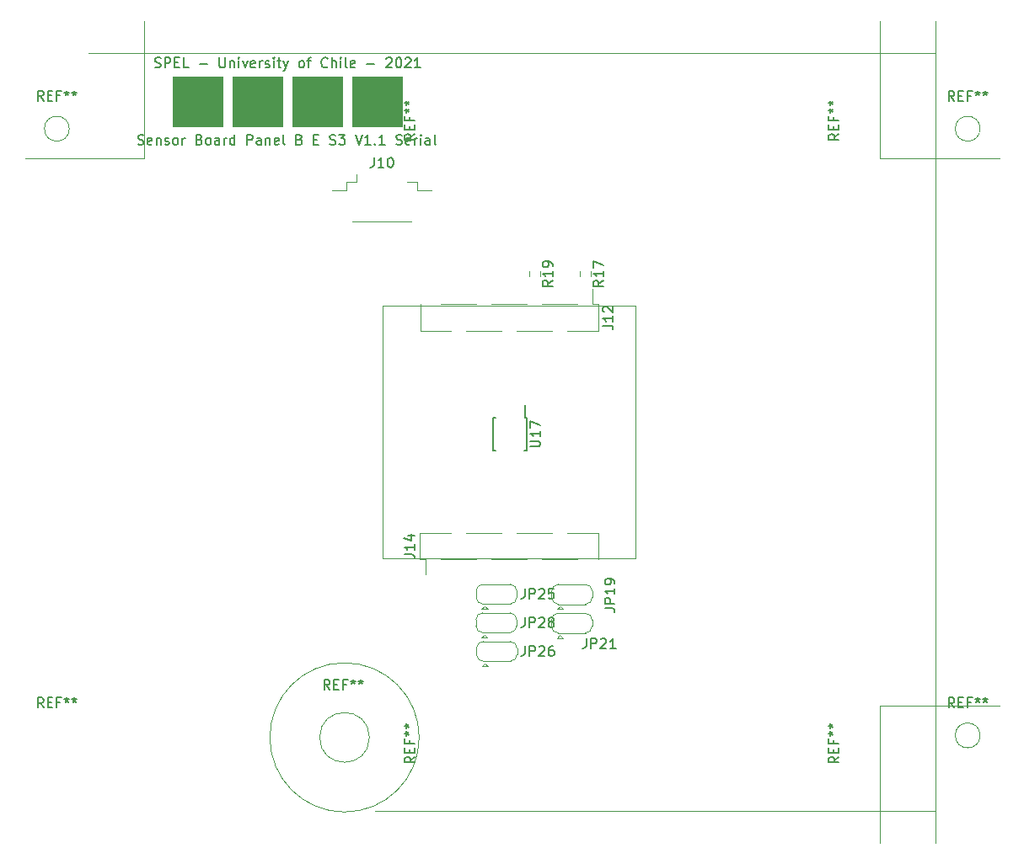
<source format=gbr>
G04 #@! TF.GenerationSoftware,KiCad,Pcbnew,(5.1.2)-2*
G04 #@! TF.CreationDate,2021-11-10T11:23:53-03:00*
G04 #@! TF.ProjectId,MAG_Plus,4d41475f-506c-4757-932e-6b696361645f,rev?*
G04 #@! TF.SameCoordinates,Original*
G04 #@! TF.FileFunction,Legend,Top*
G04 #@! TF.FilePolarity,Positive*
%FSLAX46Y46*%
G04 Gerber Fmt 4.6, Leading zero omitted, Abs format (unit mm)*
G04 Created by KiCad (PCBNEW (5.1.2)-2) date 2021-11-10 11:23:53*
%MOMM*%
%LPD*%
G04 APERTURE LIST*
%ADD10C,0.120000*%
%ADD11C,0.100000*%
%ADD12C,0.150000*%
G04 APERTURE END LIST*
D10*
X286500000Y-108000000D02*
G75*
G03X286500000Y-108000000I-2500000J0D01*
G01*
X291500000Y-108000000D02*
G75*
G03X291500000Y-108000000I-7500000J0D01*
G01*
D11*
G36*
X277740000Y-46550000D02*
G01*
X272740000Y-46550000D01*
X272740000Y-41550000D01*
X277740000Y-41550000D01*
X277740000Y-46550000D01*
G37*
X277740000Y-46550000D02*
X272740000Y-46550000D01*
X272740000Y-41550000D01*
X277740000Y-41550000D01*
X277740000Y-46550000D01*
G36*
X283740000Y-46550000D02*
G01*
X278740000Y-46550000D01*
X278740000Y-41550000D01*
X283740000Y-41550000D01*
X283740000Y-46550000D01*
G37*
X283740000Y-46550000D02*
X278740000Y-46550000D01*
X278740000Y-41550000D01*
X283740000Y-41550000D01*
X283740000Y-46550000D01*
G36*
X271740000Y-46550000D02*
G01*
X266740000Y-46550000D01*
X266740000Y-41550000D01*
X271740000Y-41550000D01*
X271740000Y-46550000D01*
G37*
X271740000Y-46550000D02*
X266740000Y-46550000D01*
X266740000Y-41550000D01*
X271740000Y-41550000D01*
X271740000Y-46550000D01*
G36*
X289740000Y-46550000D02*
G01*
X284740000Y-46550000D01*
X284740000Y-41550000D01*
X289740000Y-41550000D01*
X289740000Y-46550000D01*
G37*
X289740000Y-46550000D02*
X284740000Y-46550000D01*
X284740000Y-41550000D01*
X289740000Y-41550000D01*
X289740000Y-46550000D01*
D12*
X264956666Y-40604761D02*
X265099523Y-40652380D01*
X265337619Y-40652380D01*
X265432857Y-40604761D01*
X265480476Y-40557142D01*
X265528095Y-40461904D01*
X265528095Y-40366666D01*
X265480476Y-40271428D01*
X265432857Y-40223809D01*
X265337619Y-40176190D01*
X265147142Y-40128571D01*
X265051904Y-40080952D01*
X265004285Y-40033333D01*
X264956666Y-39938095D01*
X264956666Y-39842857D01*
X265004285Y-39747619D01*
X265051904Y-39700000D01*
X265147142Y-39652380D01*
X265385238Y-39652380D01*
X265528095Y-39700000D01*
X265956666Y-40652380D02*
X265956666Y-39652380D01*
X266337619Y-39652380D01*
X266432857Y-39700000D01*
X266480476Y-39747619D01*
X266528095Y-39842857D01*
X266528095Y-39985714D01*
X266480476Y-40080952D01*
X266432857Y-40128571D01*
X266337619Y-40176190D01*
X265956666Y-40176190D01*
X266956666Y-40128571D02*
X267290000Y-40128571D01*
X267432857Y-40652380D02*
X266956666Y-40652380D01*
X266956666Y-39652380D01*
X267432857Y-39652380D01*
X268337619Y-40652380D02*
X267861428Y-40652380D01*
X267861428Y-39652380D01*
X269432857Y-40271428D02*
X270194761Y-40271428D01*
X271432857Y-39652380D02*
X271432857Y-40461904D01*
X271480476Y-40557142D01*
X271528095Y-40604761D01*
X271623333Y-40652380D01*
X271813809Y-40652380D01*
X271909047Y-40604761D01*
X271956666Y-40557142D01*
X272004285Y-40461904D01*
X272004285Y-39652380D01*
X272480476Y-39985714D02*
X272480476Y-40652380D01*
X272480476Y-40080952D02*
X272528095Y-40033333D01*
X272623333Y-39985714D01*
X272766190Y-39985714D01*
X272861428Y-40033333D01*
X272909047Y-40128571D01*
X272909047Y-40652380D01*
X273385238Y-40652380D02*
X273385238Y-39985714D01*
X273385238Y-39652380D02*
X273337619Y-39700000D01*
X273385238Y-39747619D01*
X273432857Y-39700000D01*
X273385238Y-39652380D01*
X273385238Y-39747619D01*
X273766190Y-39985714D02*
X274004285Y-40652380D01*
X274242380Y-39985714D01*
X275004285Y-40604761D02*
X274909047Y-40652380D01*
X274718571Y-40652380D01*
X274623333Y-40604761D01*
X274575714Y-40509523D01*
X274575714Y-40128571D01*
X274623333Y-40033333D01*
X274718571Y-39985714D01*
X274909047Y-39985714D01*
X275004285Y-40033333D01*
X275051904Y-40128571D01*
X275051904Y-40223809D01*
X274575714Y-40319047D01*
X275480476Y-40652380D02*
X275480476Y-39985714D01*
X275480476Y-40176190D02*
X275528095Y-40080952D01*
X275575714Y-40033333D01*
X275670952Y-39985714D01*
X275766190Y-39985714D01*
X276051904Y-40604761D02*
X276147142Y-40652380D01*
X276337619Y-40652380D01*
X276432857Y-40604761D01*
X276480476Y-40509523D01*
X276480476Y-40461904D01*
X276432857Y-40366666D01*
X276337619Y-40319047D01*
X276194761Y-40319047D01*
X276099523Y-40271428D01*
X276051904Y-40176190D01*
X276051904Y-40128571D01*
X276099523Y-40033333D01*
X276194761Y-39985714D01*
X276337619Y-39985714D01*
X276432857Y-40033333D01*
X276909047Y-40652380D02*
X276909047Y-39985714D01*
X276909047Y-39652380D02*
X276861428Y-39700000D01*
X276909047Y-39747619D01*
X276956666Y-39700000D01*
X276909047Y-39652380D01*
X276909047Y-39747619D01*
X277242380Y-39985714D02*
X277623333Y-39985714D01*
X277385238Y-39652380D02*
X277385238Y-40509523D01*
X277432857Y-40604761D01*
X277528095Y-40652380D01*
X277623333Y-40652380D01*
X277861428Y-39985714D02*
X278099523Y-40652380D01*
X278337619Y-39985714D02*
X278099523Y-40652380D01*
X278004285Y-40890476D01*
X277956666Y-40938095D01*
X277861428Y-40985714D01*
X279623333Y-40652380D02*
X279528095Y-40604761D01*
X279480476Y-40557142D01*
X279432857Y-40461904D01*
X279432857Y-40176190D01*
X279480476Y-40080952D01*
X279528095Y-40033333D01*
X279623333Y-39985714D01*
X279766190Y-39985714D01*
X279861428Y-40033333D01*
X279909047Y-40080952D01*
X279956666Y-40176190D01*
X279956666Y-40461904D01*
X279909047Y-40557142D01*
X279861428Y-40604761D01*
X279766190Y-40652380D01*
X279623333Y-40652380D01*
X280242380Y-39985714D02*
X280623333Y-39985714D01*
X280385238Y-40652380D02*
X280385238Y-39795238D01*
X280432857Y-39700000D01*
X280528095Y-39652380D01*
X280623333Y-39652380D01*
X282290000Y-40557142D02*
X282242380Y-40604761D01*
X282099523Y-40652380D01*
X282004285Y-40652380D01*
X281861428Y-40604761D01*
X281766190Y-40509523D01*
X281718571Y-40414285D01*
X281670952Y-40223809D01*
X281670952Y-40080952D01*
X281718571Y-39890476D01*
X281766190Y-39795238D01*
X281861428Y-39700000D01*
X282004285Y-39652380D01*
X282099523Y-39652380D01*
X282242380Y-39700000D01*
X282290000Y-39747619D01*
X282718571Y-40652380D02*
X282718571Y-39652380D01*
X283147142Y-40652380D02*
X283147142Y-40128571D01*
X283099523Y-40033333D01*
X283004285Y-39985714D01*
X282861428Y-39985714D01*
X282766190Y-40033333D01*
X282718571Y-40080952D01*
X283623333Y-40652380D02*
X283623333Y-39985714D01*
X283623333Y-39652380D02*
X283575714Y-39700000D01*
X283623333Y-39747619D01*
X283670952Y-39700000D01*
X283623333Y-39652380D01*
X283623333Y-39747619D01*
X284242380Y-40652380D02*
X284147142Y-40604761D01*
X284099523Y-40509523D01*
X284099523Y-39652380D01*
X285004285Y-40604761D02*
X284909047Y-40652380D01*
X284718571Y-40652380D01*
X284623333Y-40604761D01*
X284575714Y-40509523D01*
X284575714Y-40128571D01*
X284623333Y-40033333D01*
X284718571Y-39985714D01*
X284909047Y-39985714D01*
X285004285Y-40033333D01*
X285051904Y-40128571D01*
X285051904Y-40223809D01*
X284575714Y-40319047D01*
X286242380Y-40271428D02*
X287004285Y-40271428D01*
X288194761Y-39747619D02*
X288242380Y-39700000D01*
X288337619Y-39652380D01*
X288575714Y-39652380D01*
X288670952Y-39700000D01*
X288718571Y-39747619D01*
X288766190Y-39842857D01*
X288766190Y-39938095D01*
X288718571Y-40080952D01*
X288147142Y-40652380D01*
X288766190Y-40652380D01*
X289385238Y-39652380D02*
X289480476Y-39652380D01*
X289575714Y-39700000D01*
X289623333Y-39747619D01*
X289670952Y-39842857D01*
X289718571Y-40033333D01*
X289718571Y-40271428D01*
X289670952Y-40461904D01*
X289623333Y-40557142D01*
X289575714Y-40604761D01*
X289480476Y-40652380D01*
X289385238Y-40652380D01*
X289290000Y-40604761D01*
X289242380Y-40557142D01*
X289194761Y-40461904D01*
X289147142Y-40271428D01*
X289147142Y-40033333D01*
X289194761Y-39842857D01*
X289242380Y-39747619D01*
X289290000Y-39700000D01*
X289385238Y-39652380D01*
X290099523Y-39747619D02*
X290147142Y-39700000D01*
X290242380Y-39652380D01*
X290480476Y-39652380D01*
X290575714Y-39700000D01*
X290623333Y-39747619D01*
X290670952Y-39842857D01*
X290670952Y-39938095D01*
X290623333Y-40080952D01*
X290051904Y-40652380D01*
X290670952Y-40652380D01*
X291623333Y-40652380D02*
X291051904Y-40652380D01*
X291337619Y-40652380D02*
X291337619Y-39652380D01*
X291242380Y-39795238D01*
X291147142Y-39890476D01*
X291051904Y-39938095D01*
X263237619Y-48354761D02*
X263380476Y-48402380D01*
X263618571Y-48402380D01*
X263713809Y-48354761D01*
X263761428Y-48307142D01*
X263809047Y-48211904D01*
X263809047Y-48116666D01*
X263761428Y-48021428D01*
X263713809Y-47973809D01*
X263618571Y-47926190D01*
X263428095Y-47878571D01*
X263332857Y-47830952D01*
X263285238Y-47783333D01*
X263237619Y-47688095D01*
X263237619Y-47592857D01*
X263285238Y-47497619D01*
X263332857Y-47450000D01*
X263428095Y-47402380D01*
X263666190Y-47402380D01*
X263809047Y-47450000D01*
X264618571Y-48354761D02*
X264523333Y-48402380D01*
X264332857Y-48402380D01*
X264237619Y-48354761D01*
X264190000Y-48259523D01*
X264190000Y-47878571D01*
X264237619Y-47783333D01*
X264332857Y-47735714D01*
X264523333Y-47735714D01*
X264618571Y-47783333D01*
X264666190Y-47878571D01*
X264666190Y-47973809D01*
X264190000Y-48069047D01*
X265094761Y-47735714D02*
X265094761Y-48402380D01*
X265094761Y-47830952D02*
X265142380Y-47783333D01*
X265237619Y-47735714D01*
X265380476Y-47735714D01*
X265475714Y-47783333D01*
X265523333Y-47878571D01*
X265523333Y-48402380D01*
X265951904Y-48354761D02*
X266047142Y-48402380D01*
X266237619Y-48402380D01*
X266332857Y-48354761D01*
X266380476Y-48259523D01*
X266380476Y-48211904D01*
X266332857Y-48116666D01*
X266237619Y-48069047D01*
X266094761Y-48069047D01*
X265999523Y-48021428D01*
X265951904Y-47926190D01*
X265951904Y-47878571D01*
X265999523Y-47783333D01*
X266094761Y-47735714D01*
X266237619Y-47735714D01*
X266332857Y-47783333D01*
X266951904Y-48402380D02*
X266856666Y-48354761D01*
X266809047Y-48307142D01*
X266761428Y-48211904D01*
X266761428Y-47926190D01*
X266809047Y-47830952D01*
X266856666Y-47783333D01*
X266951904Y-47735714D01*
X267094761Y-47735714D01*
X267190000Y-47783333D01*
X267237619Y-47830952D01*
X267285238Y-47926190D01*
X267285238Y-48211904D01*
X267237619Y-48307142D01*
X267190000Y-48354761D01*
X267094761Y-48402380D01*
X266951904Y-48402380D01*
X267713809Y-48402380D02*
X267713809Y-47735714D01*
X267713809Y-47926190D02*
X267761428Y-47830952D01*
X267809047Y-47783333D01*
X267904285Y-47735714D01*
X267999523Y-47735714D01*
X269428095Y-47878571D02*
X269570952Y-47926190D01*
X269618571Y-47973809D01*
X269666190Y-48069047D01*
X269666190Y-48211904D01*
X269618571Y-48307142D01*
X269570952Y-48354761D01*
X269475714Y-48402380D01*
X269094761Y-48402380D01*
X269094761Y-47402380D01*
X269428095Y-47402380D01*
X269523333Y-47450000D01*
X269570952Y-47497619D01*
X269618571Y-47592857D01*
X269618571Y-47688095D01*
X269570952Y-47783333D01*
X269523333Y-47830952D01*
X269428095Y-47878571D01*
X269094761Y-47878571D01*
X270237619Y-48402380D02*
X270142380Y-48354761D01*
X270094761Y-48307142D01*
X270047142Y-48211904D01*
X270047142Y-47926190D01*
X270094761Y-47830952D01*
X270142380Y-47783333D01*
X270237619Y-47735714D01*
X270380476Y-47735714D01*
X270475714Y-47783333D01*
X270523333Y-47830952D01*
X270570952Y-47926190D01*
X270570952Y-48211904D01*
X270523333Y-48307142D01*
X270475714Y-48354761D01*
X270380476Y-48402380D01*
X270237619Y-48402380D01*
X271428095Y-48402380D02*
X271428095Y-47878571D01*
X271380476Y-47783333D01*
X271285238Y-47735714D01*
X271094761Y-47735714D01*
X270999523Y-47783333D01*
X271428095Y-48354761D02*
X271332857Y-48402380D01*
X271094761Y-48402380D01*
X270999523Y-48354761D01*
X270951904Y-48259523D01*
X270951904Y-48164285D01*
X270999523Y-48069047D01*
X271094761Y-48021428D01*
X271332857Y-48021428D01*
X271428095Y-47973809D01*
X271904285Y-48402380D02*
X271904285Y-47735714D01*
X271904285Y-47926190D02*
X271951904Y-47830952D01*
X271999523Y-47783333D01*
X272094761Y-47735714D01*
X272190000Y-47735714D01*
X272951904Y-48402380D02*
X272951904Y-47402380D01*
X272951904Y-48354761D02*
X272856666Y-48402380D01*
X272666190Y-48402380D01*
X272570952Y-48354761D01*
X272523333Y-48307142D01*
X272475714Y-48211904D01*
X272475714Y-47926190D01*
X272523333Y-47830952D01*
X272570952Y-47783333D01*
X272666190Y-47735714D01*
X272856666Y-47735714D01*
X272951904Y-47783333D01*
X274190000Y-48402380D02*
X274190000Y-47402380D01*
X274570952Y-47402380D01*
X274666190Y-47450000D01*
X274713809Y-47497619D01*
X274761428Y-47592857D01*
X274761428Y-47735714D01*
X274713809Y-47830952D01*
X274666190Y-47878571D01*
X274570952Y-47926190D01*
X274190000Y-47926190D01*
X275618571Y-48402380D02*
X275618571Y-47878571D01*
X275570952Y-47783333D01*
X275475714Y-47735714D01*
X275285238Y-47735714D01*
X275190000Y-47783333D01*
X275618571Y-48354761D02*
X275523333Y-48402380D01*
X275285238Y-48402380D01*
X275190000Y-48354761D01*
X275142380Y-48259523D01*
X275142380Y-48164285D01*
X275190000Y-48069047D01*
X275285238Y-48021428D01*
X275523333Y-48021428D01*
X275618571Y-47973809D01*
X276094761Y-47735714D02*
X276094761Y-48402380D01*
X276094761Y-47830952D02*
X276142380Y-47783333D01*
X276237619Y-47735714D01*
X276380476Y-47735714D01*
X276475714Y-47783333D01*
X276523333Y-47878571D01*
X276523333Y-48402380D01*
X277380476Y-48354761D02*
X277285238Y-48402380D01*
X277094761Y-48402380D01*
X276999523Y-48354761D01*
X276951904Y-48259523D01*
X276951904Y-47878571D01*
X276999523Y-47783333D01*
X277094761Y-47735714D01*
X277285238Y-47735714D01*
X277380476Y-47783333D01*
X277428095Y-47878571D01*
X277428095Y-47973809D01*
X276951904Y-48069047D01*
X277999523Y-48402380D02*
X277904285Y-48354761D01*
X277856666Y-48259523D01*
X277856666Y-47402380D01*
X279475714Y-47878571D02*
X279618571Y-47926190D01*
X279666190Y-47973809D01*
X279713809Y-48069047D01*
X279713809Y-48211904D01*
X279666190Y-48307142D01*
X279618571Y-48354761D01*
X279523333Y-48402380D01*
X279142380Y-48402380D01*
X279142380Y-47402380D01*
X279475714Y-47402380D01*
X279570952Y-47450000D01*
X279618571Y-47497619D01*
X279666190Y-47592857D01*
X279666190Y-47688095D01*
X279618571Y-47783333D01*
X279570952Y-47830952D01*
X279475714Y-47878571D01*
X279142380Y-47878571D01*
X280904285Y-47878571D02*
X281237619Y-47878571D01*
X281380476Y-48402380D02*
X280904285Y-48402380D01*
X280904285Y-47402380D01*
X281380476Y-47402380D01*
X282523333Y-48354761D02*
X282666190Y-48402380D01*
X282904285Y-48402380D01*
X282999523Y-48354761D01*
X283047142Y-48307142D01*
X283094761Y-48211904D01*
X283094761Y-48116666D01*
X283047142Y-48021428D01*
X282999523Y-47973809D01*
X282904285Y-47926190D01*
X282713809Y-47878571D01*
X282618571Y-47830952D01*
X282570952Y-47783333D01*
X282523333Y-47688095D01*
X282523333Y-47592857D01*
X282570952Y-47497619D01*
X282618571Y-47450000D01*
X282713809Y-47402380D01*
X282951904Y-47402380D01*
X283094761Y-47450000D01*
X283428095Y-47402380D02*
X284047142Y-47402380D01*
X283713809Y-47783333D01*
X283856666Y-47783333D01*
X283951904Y-47830952D01*
X283999523Y-47878571D01*
X284047142Y-47973809D01*
X284047142Y-48211904D01*
X283999523Y-48307142D01*
X283951904Y-48354761D01*
X283856666Y-48402380D01*
X283570952Y-48402380D01*
X283475714Y-48354761D01*
X283428095Y-48307142D01*
X285094761Y-47402380D02*
X285428095Y-48402380D01*
X285761428Y-47402380D01*
X286618571Y-48402380D02*
X286047142Y-48402380D01*
X286332857Y-48402380D02*
X286332857Y-47402380D01*
X286237619Y-47545238D01*
X286142380Y-47640476D01*
X286047142Y-47688095D01*
X287047142Y-48307142D02*
X287094761Y-48354761D01*
X287047142Y-48402380D01*
X286999523Y-48354761D01*
X287047142Y-48307142D01*
X287047142Y-48402380D01*
X288047142Y-48402380D02*
X287475714Y-48402380D01*
X287761428Y-48402380D02*
X287761428Y-47402380D01*
X287666190Y-47545238D01*
X287570952Y-47640476D01*
X287475714Y-47688095D01*
X289190000Y-48354761D02*
X289332857Y-48402380D01*
X289570952Y-48402380D01*
X289666190Y-48354761D01*
X289713809Y-48307142D01*
X289761428Y-48211904D01*
X289761428Y-48116666D01*
X289713809Y-48021428D01*
X289666190Y-47973809D01*
X289570952Y-47926190D01*
X289380476Y-47878571D01*
X289285238Y-47830952D01*
X289237619Y-47783333D01*
X289190000Y-47688095D01*
X289190000Y-47592857D01*
X289237619Y-47497619D01*
X289285238Y-47450000D01*
X289380476Y-47402380D01*
X289618571Y-47402380D01*
X289761428Y-47450000D01*
X290570952Y-48354761D02*
X290475714Y-48402380D01*
X290285238Y-48402380D01*
X290190000Y-48354761D01*
X290142380Y-48259523D01*
X290142380Y-47878571D01*
X290190000Y-47783333D01*
X290285238Y-47735714D01*
X290475714Y-47735714D01*
X290570952Y-47783333D01*
X290618571Y-47878571D01*
X290618571Y-47973809D01*
X290142380Y-48069047D01*
X291047142Y-48402380D02*
X291047142Y-47735714D01*
X291047142Y-47926190D02*
X291094761Y-47830952D01*
X291142380Y-47783333D01*
X291237619Y-47735714D01*
X291332857Y-47735714D01*
X291666190Y-48402380D02*
X291666190Y-47735714D01*
X291666190Y-47402380D02*
X291618571Y-47450000D01*
X291666190Y-47497619D01*
X291713809Y-47450000D01*
X291666190Y-47402380D01*
X291666190Y-47497619D01*
X292570952Y-48402380D02*
X292570952Y-47878571D01*
X292523333Y-47783333D01*
X292428095Y-47735714D01*
X292237619Y-47735714D01*
X292142380Y-47783333D01*
X292570952Y-48354761D02*
X292475714Y-48402380D01*
X292237619Y-48402380D01*
X292142380Y-48354761D01*
X292094761Y-48259523D01*
X292094761Y-48164285D01*
X292142380Y-48069047D01*
X292237619Y-48021428D01*
X292475714Y-48021428D01*
X292570952Y-47973809D01*
X293190000Y-48402380D02*
X293094761Y-48354761D01*
X293047142Y-48259523D01*
X293047142Y-47402380D01*
D10*
X313200000Y-90000000D02*
X313200000Y-64600000D01*
X287800000Y-90000000D02*
X287800000Y-64600000D01*
X287800000Y-64600000D02*
X313200000Y-64600000D01*
X287800000Y-90000000D02*
X313200000Y-90000000D01*
X287030000Y-115400000D02*
X343400000Y-115400000D01*
X337800000Y-36000000D02*
X337800000Y-49800000D01*
X337800000Y-104800000D02*
X337800000Y-118600000D01*
X343400000Y-39200000D02*
X258300000Y-39200000D01*
X349800000Y-49800000D02*
X337800000Y-49800000D01*
X263900000Y-36000000D02*
X263900000Y-49800000D01*
X349800000Y-104800000D02*
X337800000Y-104800000D01*
X337800000Y-104800000D02*
X337800000Y-118600000D01*
X251900000Y-49800000D02*
X263900000Y-49800000D01*
X349800000Y-104800000D02*
X337800000Y-104800000D01*
X337800000Y-49800000D02*
X349800000Y-49800000D01*
X347850000Y-46800000D02*
G75*
G03X347850000Y-46800000I-1250000J0D01*
G01*
X343400000Y-36000000D02*
X343400000Y-118600000D01*
X256350000Y-46800000D02*
G75*
G03X256350000Y-46800000I-1250000J0D01*
G01*
X347850000Y-107800000D02*
G75*
G03X347850000Y-107800000I-1250000J0D01*
G01*
X285175000Y-52125000D02*
X285175000Y-51375000D01*
X284775000Y-56125000D02*
X290725000Y-56125000D01*
X284225000Y-53025000D02*
X282725000Y-53025000D01*
X284225000Y-52125000D02*
X284225000Y-53025000D01*
X285175000Y-52125000D02*
X284225000Y-52125000D01*
X291275000Y-53025000D02*
X292775000Y-53025000D01*
X291275000Y-52125000D02*
X291275000Y-53025000D01*
X290325000Y-52125000D02*
X291275000Y-52125000D01*
X309510000Y-64460000D02*
X309510000Y-67120000D01*
X291610000Y-64460000D02*
X291610000Y-67120000D01*
X309510000Y-67120000D02*
X306400000Y-67120000D01*
X308940000Y-64460000D02*
X308940000Y-62940000D01*
X309510000Y-64460000D02*
X308940000Y-64460000D01*
X292180000Y-67120000D02*
X291610000Y-67120000D01*
X304880000Y-67120000D02*
X301320000Y-67120000D01*
X299800000Y-67120000D02*
X296240000Y-67120000D01*
X294720000Y-67120000D02*
X291610000Y-67120000D01*
X307420000Y-64460000D02*
X303860000Y-64460000D01*
X302340000Y-64460000D02*
X298780000Y-64460000D01*
X297260000Y-64460000D02*
X293700000Y-64460000D01*
X303820000Y-90100000D02*
X307380000Y-90100000D01*
X298740000Y-90100000D02*
X302300000Y-90100000D01*
X293660000Y-90100000D02*
X297220000Y-90100000D01*
X306360000Y-87440000D02*
X309470000Y-87440000D01*
X301280000Y-87440000D02*
X304840000Y-87440000D01*
X296200000Y-87440000D02*
X299760000Y-87440000D01*
X308900000Y-87440000D02*
X309470000Y-87440000D01*
X291570000Y-90100000D02*
X292140000Y-90100000D01*
X292140000Y-90100000D02*
X292140000Y-91620000D01*
X291570000Y-87440000D02*
X294680000Y-87440000D01*
X309470000Y-90100000D02*
X309470000Y-87440000D01*
X291570000Y-90100000D02*
X291570000Y-87440000D01*
X304800000Y-93310000D02*
G75*
G02X305500000Y-92610000I700000J0D01*
G01*
X305500000Y-94610000D02*
G75*
G02X304800000Y-93910000I0J700000D01*
G01*
X308900000Y-93910000D02*
G75*
G02X308200000Y-94610000I-700000J0D01*
G01*
X308200000Y-92610000D02*
G75*
G02X308900000Y-93310000I0J-700000D01*
G01*
X305450000Y-92610000D02*
X308250000Y-92610000D01*
X308900000Y-93310000D02*
X308900000Y-93910000D01*
X308250000Y-94610000D02*
X305450000Y-94610000D01*
X304800000Y-93910000D02*
X304800000Y-93310000D01*
X305650000Y-94810000D02*
X305350000Y-95110000D01*
X305350000Y-95110000D02*
X305950000Y-95110000D01*
X305650000Y-94810000D02*
X305950000Y-95110000D01*
X305630000Y-97710000D02*
X305930000Y-98010000D01*
X305330000Y-98010000D02*
X305930000Y-98010000D01*
X305630000Y-97710000D02*
X305330000Y-98010000D01*
X304780000Y-96810000D02*
X304780000Y-96210000D01*
X308230000Y-97510000D02*
X305430000Y-97510000D01*
X308880000Y-96210000D02*
X308880000Y-96810000D01*
X305430000Y-95510000D02*
X308230000Y-95510000D01*
X308180000Y-95510000D02*
G75*
G02X308880000Y-96210000I0J-700000D01*
G01*
X308880000Y-96810000D02*
G75*
G02X308180000Y-97510000I-700000J0D01*
G01*
X305480000Y-97510000D02*
G75*
G02X304780000Y-96810000I0J700000D01*
G01*
X304780000Y-96210000D02*
G75*
G02X305480000Y-95510000I700000J0D01*
G01*
X307680000Y-61160000D02*
X307680000Y-61660000D01*
X308740000Y-61660000D02*
X308740000Y-61160000D01*
X303620000Y-61650000D02*
X303620000Y-61150000D01*
X302560000Y-61150000D02*
X302560000Y-61650000D01*
X297220000Y-93300000D02*
G75*
G02X297920000Y-92600000I700000J0D01*
G01*
X297920000Y-94600000D02*
G75*
G02X297220000Y-93900000I0J700000D01*
G01*
X301320000Y-93900000D02*
G75*
G02X300620000Y-94600000I-700000J0D01*
G01*
X300620000Y-92600000D02*
G75*
G02X301320000Y-93300000I0J-700000D01*
G01*
X297870000Y-92600000D02*
X300670000Y-92600000D01*
X301320000Y-93300000D02*
X301320000Y-93900000D01*
X300670000Y-94600000D02*
X297870000Y-94600000D01*
X297220000Y-93900000D02*
X297220000Y-93300000D01*
X298070000Y-94800000D02*
X297770000Y-95100000D01*
X297770000Y-95100000D02*
X298370000Y-95100000D01*
X298070000Y-94800000D02*
X298370000Y-95100000D01*
X298090000Y-100550000D02*
X298390000Y-100850000D01*
X297790000Y-100850000D02*
X298390000Y-100850000D01*
X298090000Y-100550000D02*
X297790000Y-100850000D01*
X297240000Y-99650000D02*
X297240000Y-99050000D01*
X300690000Y-100350000D02*
X297890000Y-100350000D01*
X301340000Y-99050000D02*
X301340000Y-99650000D01*
X297890000Y-98350000D02*
X300690000Y-98350000D01*
X300640000Y-98350000D02*
G75*
G02X301340000Y-99050000I0J-700000D01*
G01*
X301340000Y-99650000D02*
G75*
G02X300640000Y-100350000I-700000J0D01*
G01*
X297940000Y-100350000D02*
G75*
G02X297240000Y-99650000I0J700000D01*
G01*
X297240000Y-99050000D02*
G75*
G02X297940000Y-98350000I700000J0D01*
G01*
X297200000Y-96170000D02*
G75*
G02X297900000Y-95470000I700000J0D01*
G01*
X297900000Y-97470000D02*
G75*
G02X297200000Y-96770000I0J700000D01*
G01*
X301300000Y-96770000D02*
G75*
G02X300600000Y-97470000I-700000J0D01*
G01*
X300600000Y-95470000D02*
G75*
G02X301300000Y-96170000I0J-700000D01*
G01*
X297850000Y-95470000D02*
X300650000Y-95470000D01*
X301300000Y-96170000D02*
X301300000Y-96770000D01*
X300650000Y-97470000D02*
X297850000Y-97470000D01*
X297200000Y-96770000D02*
X297200000Y-96170000D01*
X298050000Y-97670000D02*
X297750000Y-97970000D01*
X297750000Y-97970000D02*
X298350000Y-97970000D01*
X298050000Y-97670000D02*
X298350000Y-97970000D01*
D12*
X302110000Y-75845000D02*
X302110000Y-74595000D01*
X298935000Y-75845000D02*
X298935000Y-79195000D01*
X302285000Y-75845000D02*
X302285000Y-79195000D01*
X298935000Y-75845000D02*
X299185000Y-75845000D01*
X298935000Y-79195000D02*
X299185000Y-79195000D01*
X302285000Y-79195000D02*
X302035000Y-79195000D01*
X302285000Y-75845000D02*
X302110000Y-75845000D01*
X282526666Y-103212380D02*
X282193333Y-102736190D01*
X281955238Y-103212380D02*
X281955238Y-102212380D01*
X282336190Y-102212380D01*
X282431428Y-102260000D01*
X282479047Y-102307619D01*
X282526666Y-102402857D01*
X282526666Y-102545714D01*
X282479047Y-102640952D01*
X282431428Y-102688571D01*
X282336190Y-102736190D01*
X281955238Y-102736190D01*
X282955238Y-102688571D02*
X283288571Y-102688571D01*
X283431428Y-103212380D02*
X282955238Y-103212380D01*
X282955238Y-102212380D01*
X283431428Y-102212380D01*
X284193333Y-102688571D02*
X283860000Y-102688571D01*
X283860000Y-103212380D02*
X283860000Y-102212380D01*
X284336190Y-102212380D01*
X284860000Y-102212380D02*
X284860000Y-102450476D01*
X284621904Y-102355238D02*
X284860000Y-102450476D01*
X285098095Y-102355238D01*
X284717142Y-102640952D02*
X284860000Y-102450476D01*
X285002857Y-102640952D01*
X285621904Y-102212380D02*
X285621904Y-102450476D01*
X285383809Y-102355238D02*
X285621904Y-102450476D01*
X285860000Y-102355238D01*
X285479047Y-102640952D02*
X285621904Y-102450476D01*
X285764761Y-102640952D01*
X253766666Y-105002380D02*
X253433333Y-104526190D01*
X253195238Y-105002380D02*
X253195238Y-104002380D01*
X253576190Y-104002380D01*
X253671428Y-104050000D01*
X253719047Y-104097619D01*
X253766666Y-104192857D01*
X253766666Y-104335714D01*
X253719047Y-104430952D01*
X253671428Y-104478571D01*
X253576190Y-104526190D01*
X253195238Y-104526190D01*
X254195238Y-104478571D02*
X254528571Y-104478571D01*
X254671428Y-105002380D02*
X254195238Y-105002380D01*
X254195238Y-104002380D01*
X254671428Y-104002380D01*
X255433333Y-104478571D02*
X255100000Y-104478571D01*
X255100000Y-105002380D02*
X255100000Y-104002380D01*
X255576190Y-104002380D01*
X256100000Y-104002380D02*
X256100000Y-104240476D01*
X255861904Y-104145238D02*
X256100000Y-104240476D01*
X256338095Y-104145238D01*
X255957142Y-104430952D02*
X256100000Y-104240476D01*
X256242857Y-104430952D01*
X256861904Y-104002380D02*
X256861904Y-104240476D01*
X256623809Y-104145238D02*
X256861904Y-104240476D01*
X257100000Y-104145238D01*
X256719047Y-104430952D02*
X256861904Y-104240476D01*
X257004761Y-104430952D01*
X345266666Y-44002380D02*
X344933333Y-43526190D01*
X344695238Y-44002380D02*
X344695238Y-43002380D01*
X345076190Y-43002380D01*
X345171428Y-43050000D01*
X345219047Y-43097619D01*
X345266666Y-43192857D01*
X345266666Y-43335714D01*
X345219047Y-43430952D01*
X345171428Y-43478571D01*
X345076190Y-43526190D01*
X344695238Y-43526190D01*
X345695238Y-43478571D02*
X346028571Y-43478571D01*
X346171428Y-44002380D02*
X345695238Y-44002380D01*
X345695238Y-43002380D01*
X346171428Y-43002380D01*
X346933333Y-43478571D02*
X346600000Y-43478571D01*
X346600000Y-44002380D02*
X346600000Y-43002380D01*
X347076190Y-43002380D01*
X347600000Y-43002380D02*
X347600000Y-43240476D01*
X347361904Y-43145238D02*
X347600000Y-43240476D01*
X347838095Y-43145238D01*
X347457142Y-43430952D02*
X347600000Y-43240476D01*
X347742857Y-43430952D01*
X348361904Y-43002380D02*
X348361904Y-43240476D01*
X348123809Y-43145238D02*
X348361904Y-43240476D01*
X348600000Y-43145238D01*
X348219047Y-43430952D02*
X348361904Y-43240476D01*
X348504761Y-43430952D01*
X253766666Y-43992380D02*
X253433333Y-43516190D01*
X253195238Y-43992380D02*
X253195238Y-42992380D01*
X253576190Y-42992380D01*
X253671428Y-43040000D01*
X253719047Y-43087619D01*
X253766666Y-43182857D01*
X253766666Y-43325714D01*
X253719047Y-43420952D01*
X253671428Y-43468571D01*
X253576190Y-43516190D01*
X253195238Y-43516190D01*
X254195238Y-43468571D02*
X254528571Y-43468571D01*
X254671428Y-43992380D02*
X254195238Y-43992380D01*
X254195238Y-42992380D01*
X254671428Y-42992380D01*
X255433333Y-43468571D02*
X255100000Y-43468571D01*
X255100000Y-43992380D02*
X255100000Y-42992380D01*
X255576190Y-42992380D01*
X256100000Y-42992380D02*
X256100000Y-43230476D01*
X255861904Y-43135238D02*
X256100000Y-43230476D01*
X256338095Y-43135238D01*
X255957142Y-43420952D02*
X256100000Y-43230476D01*
X256242857Y-43420952D01*
X256861904Y-42992380D02*
X256861904Y-43230476D01*
X256623809Y-43135238D02*
X256861904Y-43230476D01*
X257100000Y-43135238D01*
X256719047Y-43420952D02*
X256861904Y-43230476D01*
X257004761Y-43420952D01*
X345266666Y-105002380D02*
X344933333Y-104526190D01*
X344695238Y-105002380D02*
X344695238Y-104002380D01*
X345076190Y-104002380D01*
X345171428Y-104050000D01*
X345219047Y-104097619D01*
X345266666Y-104192857D01*
X345266666Y-104335714D01*
X345219047Y-104430952D01*
X345171428Y-104478571D01*
X345076190Y-104526190D01*
X344695238Y-104526190D01*
X345695238Y-104478571D02*
X346028571Y-104478571D01*
X346171428Y-105002380D02*
X345695238Y-105002380D01*
X345695238Y-104002380D01*
X346171428Y-104002380D01*
X346933333Y-104478571D02*
X346600000Y-104478571D01*
X346600000Y-105002380D02*
X346600000Y-104002380D01*
X347076190Y-104002380D01*
X347600000Y-104002380D02*
X347600000Y-104240476D01*
X347361904Y-104145238D02*
X347600000Y-104240476D01*
X347838095Y-104145238D01*
X347457142Y-104430952D02*
X347600000Y-104240476D01*
X347742857Y-104430952D01*
X348361904Y-104002380D02*
X348361904Y-104240476D01*
X348123809Y-104145238D02*
X348361904Y-104240476D01*
X348600000Y-104145238D01*
X348219047Y-104430952D02*
X348361904Y-104240476D01*
X348504761Y-104430952D01*
X333652380Y-47323333D02*
X333176190Y-47656666D01*
X333652380Y-47894761D02*
X332652380Y-47894761D01*
X332652380Y-47513809D01*
X332700000Y-47418571D01*
X332747619Y-47370952D01*
X332842857Y-47323333D01*
X332985714Y-47323333D01*
X333080952Y-47370952D01*
X333128571Y-47418571D01*
X333176190Y-47513809D01*
X333176190Y-47894761D01*
X333128571Y-46894761D02*
X333128571Y-46561428D01*
X333652380Y-46418571D02*
X333652380Y-46894761D01*
X332652380Y-46894761D01*
X332652380Y-46418571D01*
X333128571Y-45656666D02*
X333128571Y-45990000D01*
X333652380Y-45990000D02*
X332652380Y-45990000D01*
X332652380Y-45513809D01*
X332652380Y-44990000D02*
X332890476Y-44990000D01*
X332795238Y-45228095D02*
X332890476Y-44990000D01*
X332795238Y-44751904D01*
X333080952Y-45132857D02*
X332890476Y-44990000D01*
X333080952Y-44847142D01*
X332652380Y-44228095D02*
X332890476Y-44228095D01*
X332795238Y-44466190D02*
X332890476Y-44228095D01*
X332795238Y-43990000D01*
X333080952Y-44370952D02*
X332890476Y-44228095D01*
X333080952Y-44085238D01*
X291062380Y-109943333D02*
X290586190Y-110276666D01*
X291062380Y-110514761D02*
X290062380Y-110514761D01*
X290062380Y-110133809D01*
X290110000Y-110038571D01*
X290157619Y-109990952D01*
X290252857Y-109943333D01*
X290395714Y-109943333D01*
X290490952Y-109990952D01*
X290538571Y-110038571D01*
X290586190Y-110133809D01*
X290586190Y-110514761D01*
X290538571Y-109514761D02*
X290538571Y-109181428D01*
X291062380Y-109038571D02*
X291062380Y-109514761D01*
X290062380Y-109514761D01*
X290062380Y-109038571D01*
X290538571Y-108276666D02*
X290538571Y-108610000D01*
X291062380Y-108610000D02*
X290062380Y-108610000D01*
X290062380Y-108133809D01*
X290062380Y-107610000D02*
X290300476Y-107610000D01*
X290205238Y-107848095D02*
X290300476Y-107610000D01*
X290205238Y-107371904D01*
X290490952Y-107752857D02*
X290300476Y-107610000D01*
X290490952Y-107467142D01*
X290062380Y-106848095D02*
X290300476Y-106848095D01*
X290205238Y-107086190D02*
X290300476Y-106848095D01*
X290205238Y-106610000D01*
X290490952Y-106990952D02*
X290300476Y-106848095D01*
X290490952Y-106705238D01*
X291062380Y-47323333D02*
X290586190Y-47656666D01*
X291062380Y-47894761D02*
X290062380Y-47894761D01*
X290062380Y-47513809D01*
X290110000Y-47418571D01*
X290157619Y-47370952D01*
X290252857Y-47323333D01*
X290395714Y-47323333D01*
X290490952Y-47370952D01*
X290538571Y-47418571D01*
X290586190Y-47513809D01*
X290586190Y-47894761D01*
X290538571Y-46894761D02*
X290538571Y-46561428D01*
X291062380Y-46418571D02*
X291062380Y-46894761D01*
X290062380Y-46894761D01*
X290062380Y-46418571D01*
X290538571Y-45656666D02*
X290538571Y-45990000D01*
X291062380Y-45990000D02*
X290062380Y-45990000D01*
X290062380Y-45513809D01*
X290062380Y-44990000D02*
X290300476Y-44990000D01*
X290205238Y-45228095D02*
X290300476Y-44990000D01*
X290205238Y-44751904D01*
X290490952Y-45132857D02*
X290300476Y-44990000D01*
X290490952Y-44847142D01*
X290062380Y-44228095D02*
X290300476Y-44228095D01*
X290205238Y-44466190D02*
X290300476Y-44228095D01*
X290205238Y-43990000D01*
X290490952Y-44370952D02*
X290300476Y-44228095D01*
X290490952Y-44085238D01*
X333652380Y-109943333D02*
X333176190Y-110276666D01*
X333652380Y-110514761D02*
X332652380Y-110514761D01*
X332652380Y-110133809D01*
X332700000Y-110038571D01*
X332747619Y-109990952D01*
X332842857Y-109943333D01*
X332985714Y-109943333D01*
X333080952Y-109990952D01*
X333128571Y-110038571D01*
X333176190Y-110133809D01*
X333176190Y-110514761D01*
X333128571Y-109514761D02*
X333128571Y-109181428D01*
X333652380Y-109038571D02*
X333652380Y-109514761D01*
X332652380Y-109514761D01*
X332652380Y-109038571D01*
X333128571Y-108276666D02*
X333128571Y-108610000D01*
X333652380Y-108610000D02*
X332652380Y-108610000D01*
X332652380Y-108133809D01*
X332652380Y-107610000D02*
X332890476Y-107610000D01*
X332795238Y-107848095D02*
X332890476Y-107610000D01*
X332795238Y-107371904D01*
X333080952Y-107752857D02*
X332890476Y-107610000D01*
X333080952Y-107467142D01*
X332652380Y-106848095D02*
X332890476Y-106848095D01*
X332795238Y-107086190D02*
X332890476Y-106848095D01*
X332795238Y-106610000D01*
X333080952Y-106990952D02*
X332890476Y-106848095D01*
X333080952Y-106705238D01*
X286940476Y-49702380D02*
X286940476Y-50416666D01*
X286892857Y-50559523D01*
X286797619Y-50654761D01*
X286654761Y-50702380D01*
X286559523Y-50702380D01*
X287940476Y-50702380D02*
X287369047Y-50702380D01*
X287654761Y-50702380D02*
X287654761Y-49702380D01*
X287559523Y-49845238D01*
X287464285Y-49940476D01*
X287369047Y-49988095D01*
X288559523Y-49702380D02*
X288654761Y-49702380D01*
X288750000Y-49750000D01*
X288797619Y-49797619D01*
X288845238Y-49892857D01*
X288892857Y-50083333D01*
X288892857Y-50321428D01*
X288845238Y-50511904D01*
X288797619Y-50607142D01*
X288750000Y-50654761D01*
X288654761Y-50702380D01*
X288559523Y-50702380D01*
X288464285Y-50654761D01*
X288416666Y-50607142D01*
X288369047Y-50511904D01*
X288321428Y-50321428D01*
X288321428Y-50083333D01*
X288369047Y-49892857D01*
X288416666Y-49797619D01*
X288464285Y-49750000D01*
X288559523Y-49702380D01*
X309962380Y-66599523D02*
X310676666Y-66599523D01*
X310819523Y-66647142D01*
X310914761Y-66742380D01*
X310962380Y-66885238D01*
X310962380Y-66980476D01*
X310962380Y-65599523D02*
X310962380Y-66170952D01*
X310962380Y-65885238D02*
X309962380Y-65885238D01*
X310105238Y-65980476D01*
X310200476Y-66075714D01*
X310248095Y-66170952D01*
X310057619Y-65218571D02*
X310010000Y-65170952D01*
X309962380Y-65075714D01*
X309962380Y-64837619D01*
X310010000Y-64742380D01*
X310057619Y-64694761D01*
X310152857Y-64647142D01*
X310248095Y-64647142D01*
X310390952Y-64694761D01*
X310962380Y-65266190D01*
X310962380Y-64647142D01*
X290022380Y-89579523D02*
X290736666Y-89579523D01*
X290879523Y-89627142D01*
X290974761Y-89722380D01*
X291022380Y-89865238D01*
X291022380Y-89960476D01*
X291022380Y-88579523D02*
X291022380Y-89150952D01*
X291022380Y-88865238D02*
X290022380Y-88865238D01*
X290165238Y-88960476D01*
X290260476Y-89055714D01*
X290308095Y-89150952D01*
X290355714Y-87722380D02*
X291022380Y-87722380D01*
X289974761Y-87960476D02*
X290689047Y-88198571D01*
X290689047Y-87579523D01*
X310152380Y-95009523D02*
X310866666Y-95009523D01*
X311009523Y-95057142D01*
X311104761Y-95152380D01*
X311152380Y-95295238D01*
X311152380Y-95390476D01*
X311152380Y-94533333D02*
X310152380Y-94533333D01*
X310152380Y-94152380D01*
X310200000Y-94057142D01*
X310247619Y-94009523D01*
X310342857Y-93961904D01*
X310485714Y-93961904D01*
X310580952Y-94009523D01*
X310628571Y-94057142D01*
X310676190Y-94152380D01*
X310676190Y-94533333D01*
X311152380Y-93009523D02*
X311152380Y-93580952D01*
X311152380Y-93295238D02*
X310152380Y-93295238D01*
X310295238Y-93390476D01*
X310390476Y-93485714D01*
X310438095Y-93580952D01*
X311152380Y-92533333D02*
X311152380Y-92342857D01*
X311104761Y-92247619D01*
X311057142Y-92200000D01*
X310914285Y-92104761D01*
X310723809Y-92057142D01*
X310342857Y-92057142D01*
X310247619Y-92104761D01*
X310200000Y-92152380D01*
X310152380Y-92247619D01*
X310152380Y-92438095D01*
X310200000Y-92533333D01*
X310247619Y-92580952D01*
X310342857Y-92628571D01*
X310580952Y-92628571D01*
X310676190Y-92580952D01*
X310723809Y-92533333D01*
X310771428Y-92438095D01*
X310771428Y-92247619D01*
X310723809Y-92152380D01*
X310676190Y-92104761D01*
X310580952Y-92057142D01*
X308290476Y-98052380D02*
X308290476Y-98766666D01*
X308242857Y-98909523D01*
X308147619Y-99004761D01*
X308004761Y-99052380D01*
X307909523Y-99052380D01*
X308766666Y-99052380D02*
X308766666Y-98052380D01*
X309147619Y-98052380D01*
X309242857Y-98100000D01*
X309290476Y-98147619D01*
X309338095Y-98242857D01*
X309338095Y-98385714D01*
X309290476Y-98480952D01*
X309242857Y-98528571D01*
X309147619Y-98576190D01*
X308766666Y-98576190D01*
X309719047Y-98147619D02*
X309766666Y-98100000D01*
X309861904Y-98052380D01*
X310100000Y-98052380D01*
X310195238Y-98100000D01*
X310242857Y-98147619D01*
X310290476Y-98242857D01*
X310290476Y-98338095D01*
X310242857Y-98480952D01*
X309671428Y-99052380D01*
X310290476Y-99052380D01*
X311242857Y-99052380D02*
X310671428Y-99052380D01*
X310957142Y-99052380D02*
X310957142Y-98052380D01*
X310861904Y-98195238D01*
X310766666Y-98290476D01*
X310671428Y-98338095D01*
X310012380Y-62052857D02*
X309536190Y-62386190D01*
X310012380Y-62624285D02*
X309012380Y-62624285D01*
X309012380Y-62243333D01*
X309060000Y-62148095D01*
X309107619Y-62100476D01*
X309202857Y-62052857D01*
X309345714Y-62052857D01*
X309440952Y-62100476D01*
X309488571Y-62148095D01*
X309536190Y-62243333D01*
X309536190Y-62624285D01*
X310012380Y-61100476D02*
X310012380Y-61671904D01*
X310012380Y-61386190D02*
X309012380Y-61386190D01*
X309155238Y-61481428D01*
X309250476Y-61576666D01*
X309298095Y-61671904D01*
X309012380Y-60767142D02*
X309012380Y-60100476D01*
X310012380Y-60529047D01*
X304892380Y-62042857D02*
X304416190Y-62376190D01*
X304892380Y-62614285D02*
X303892380Y-62614285D01*
X303892380Y-62233333D01*
X303940000Y-62138095D01*
X303987619Y-62090476D01*
X304082857Y-62042857D01*
X304225714Y-62042857D01*
X304320952Y-62090476D01*
X304368571Y-62138095D01*
X304416190Y-62233333D01*
X304416190Y-62614285D01*
X304892380Y-61090476D02*
X304892380Y-61661904D01*
X304892380Y-61376190D02*
X303892380Y-61376190D01*
X304035238Y-61471428D01*
X304130476Y-61566666D01*
X304178095Y-61661904D01*
X304892380Y-60614285D02*
X304892380Y-60423809D01*
X304844761Y-60328571D01*
X304797142Y-60280952D01*
X304654285Y-60185714D01*
X304463809Y-60138095D01*
X304082857Y-60138095D01*
X303987619Y-60185714D01*
X303940000Y-60233333D01*
X303892380Y-60328571D01*
X303892380Y-60519047D01*
X303940000Y-60614285D01*
X303987619Y-60661904D01*
X304082857Y-60709523D01*
X304320952Y-60709523D01*
X304416190Y-60661904D01*
X304463809Y-60614285D01*
X304511428Y-60519047D01*
X304511428Y-60328571D01*
X304463809Y-60233333D01*
X304416190Y-60185714D01*
X304320952Y-60138095D01*
X302100476Y-93062380D02*
X302100476Y-93776666D01*
X302052857Y-93919523D01*
X301957619Y-94014761D01*
X301814761Y-94062380D01*
X301719523Y-94062380D01*
X302576666Y-94062380D02*
X302576666Y-93062380D01*
X302957619Y-93062380D01*
X303052857Y-93110000D01*
X303100476Y-93157619D01*
X303148095Y-93252857D01*
X303148095Y-93395714D01*
X303100476Y-93490952D01*
X303052857Y-93538571D01*
X302957619Y-93586190D01*
X302576666Y-93586190D01*
X303529047Y-93157619D02*
X303576666Y-93110000D01*
X303671904Y-93062380D01*
X303910000Y-93062380D01*
X304005238Y-93110000D01*
X304052857Y-93157619D01*
X304100476Y-93252857D01*
X304100476Y-93348095D01*
X304052857Y-93490952D01*
X303481428Y-94062380D01*
X304100476Y-94062380D01*
X305005238Y-93062380D02*
X304529047Y-93062380D01*
X304481428Y-93538571D01*
X304529047Y-93490952D01*
X304624285Y-93443333D01*
X304862380Y-93443333D01*
X304957619Y-93490952D01*
X305005238Y-93538571D01*
X305052857Y-93633809D01*
X305052857Y-93871904D01*
X305005238Y-93967142D01*
X304957619Y-94014761D01*
X304862380Y-94062380D01*
X304624285Y-94062380D01*
X304529047Y-94014761D01*
X304481428Y-93967142D01*
X302110476Y-98812380D02*
X302110476Y-99526666D01*
X302062857Y-99669523D01*
X301967619Y-99764761D01*
X301824761Y-99812380D01*
X301729523Y-99812380D01*
X302586666Y-99812380D02*
X302586666Y-98812380D01*
X302967619Y-98812380D01*
X303062857Y-98860000D01*
X303110476Y-98907619D01*
X303158095Y-99002857D01*
X303158095Y-99145714D01*
X303110476Y-99240952D01*
X303062857Y-99288571D01*
X302967619Y-99336190D01*
X302586666Y-99336190D01*
X303539047Y-98907619D02*
X303586666Y-98860000D01*
X303681904Y-98812380D01*
X303920000Y-98812380D01*
X304015238Y-98860000D01*
X304062857Y-98907619D01*
X304110476Y-99002857D01*
X304110476Y-99098095D01*
X304062857Y-99240952D01*
X303491428Y-99812380D01*
X304110476Y-99812380D01*
X304967619Y-98812380D02*
X304777142Y-98812380D01*
X304681904Y-98860000D01*
X304634285Y-98907619D01*
X304539047Y-99050476D01*
X304491428Y-99240952D01*
X304491428Y-99621904D01*
X304539047Y-99717142D01*
X304586666Y-99764761D01*
X304681904Y-99812380D01*
X304872380Y-99812380D01*
X304967619Y-99764761D01*
X305015238Y-99717142D01*
X305062857Y-99621904D01*
X305062857Y-99383809D01*
X305015238Y-99288571D01*
X304967619Y-99240952D01*
X304872380Y-99193333D01*
X304681904Y-99193333D01*
X304586666Y-99240952D01*
X304539047Y-99288571D01*
X304491428Y-99383809D01*
X302100476Y-95932380D02*
X302100476Y-96646666D01*
X302052857Y-96789523D01*
X301957619Y-96884761D01*
X301814761Y-96932380D01*
X301719523Y-96932380D01*
X302576666Y-96932380D02*
X302576666Y-95932380D01*
X302957619Y-95932380D01*
X303052857Y-95980000D01*
X303100476Y-96027619D01*
X303148095Y-96122857D01*
X303148095Y-96265714D01*
X303100476Y-96360952D01*
X303052857Y-96408571D01*
X302957619Y-96456190D01*
X302576666Y-96456190D01*
X303529047Y-96027619D02*
X303576666Y-95980000D01*
X303671904Y-95932380D01*
X303910000Y-95932380D01*
X304005238Y-95980000D01*
X304052857Y-96027619D01*
X304100476Y-96122857D01*
X304100476Y-96218095D01*
X304052857Y-96360952D01*
X303481428Y-96932380D01*
X304100476Y-96932380D01*
X304671904Y-96360952D02*
X304576666Y-96313333D01*
X304529047Y-96265714D01*
X304481428Y-96170476D01*
X304481428Y-96122857D01*
X304529047Y-96027619D01*
X304576666Y-95980000D01*
X304671904Y-95932380D01*
X304862380Y-95932380D01*
X304957619Y-95980000D01*
X305005238Y-96027619D01*
X305052857Y-96122857D01*
X305052857Y-96170476D01*
X305005238Y-96265714D01*
X304957619Y-96313333D01*
X304862380Y-96360952D01*
X304671904Y-96360952D01*
X304576666Y-96408571D01*
X304529047Y-96456190D01*
X304481428Y-96551428D01*
X304481428Y-96741904D01*
X304529047Y-96837142D01*
X304576666Y-96884761D01*
X304671904Y-96932380D01*
X304862380Y-96932380D01*
X304957619Y-96884761D01*
X305005238Y-96837142D01*
X305052857Y-96741904D01*
X305052857Y-96551428D01*
X305005238Y-96456190D01*
X304957619Y-96408571D01*
X304862380Y-96360952D01*
X302662380Y-78758095D02*
X303471904Y-78758095D01*
X303567142Y-78710476D01*
X303614761Y-78662857D01*
X303662380Y-78567619D01*
X303662380Y-78377142D01*
X303614761Y-78281904D01*
X303567142Y-78234285D01*
X303471904Y-78186666D01*
X302662380Y-78186666D01*
X303662380Y-77186666D02*
X303662380Y-77758095D01*
X303662380Y-77472380D02*
X302662380Y-77472380D01*
X302805238Y-77567619D01*
X302900476Y-77662857D01*
X302948095Y-77758095D01*
X302662380Y-76853333D02*
X302662380Y-76186666D01*
X303662380Y-76615238D01*
M02*

</source>
